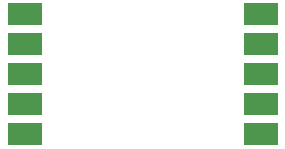
<source format=gbr>
G04 EAGLE Gerber RS-274X export*
G75*
%MOMM*%
%FSLAX34Y34*%
%LPD*%
%INSolderpaste Top*%
%IPPOS*%
%AMOC8*
5,1,8,0,0,1.08239X$1,22.5*%
G01*
G04 Define Apertures*
%ADD10R,3.000000X1.900000*%
D10*
X39700Y965200D03*
X39700Y939800D03*
X39700Y914400D03*
X39700Y889000D03*
X39700Y863600D03*
X239700Y863600D03*
X239700Y889000D03*
X239700Y914400D03*
X239700Y939800D03*
X239700Y965200D03*
M02*

</source>
